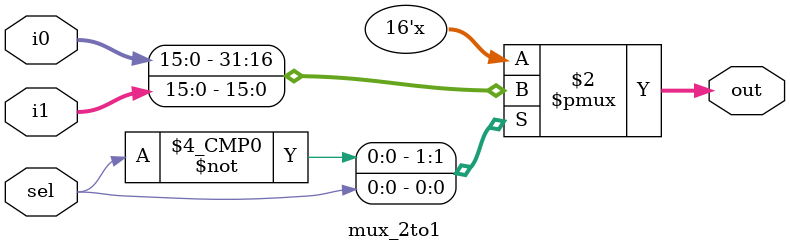
<source format=v>
module mux_2to1(i0, i1, sel, out);
    
    parameter WORD = 16;
    input [WORD-1:0] i0, i1;
    input sel;
    output reg [WORD-1:0] out;
    
    always @(*)
        case (sel)
            1'b0: out <= i0;
            1'b1: out <= i1;
            default: out <= 16'bzzzz_zzzz_zzzz_zzzz;
        endcase
    
endmodule

</source>
